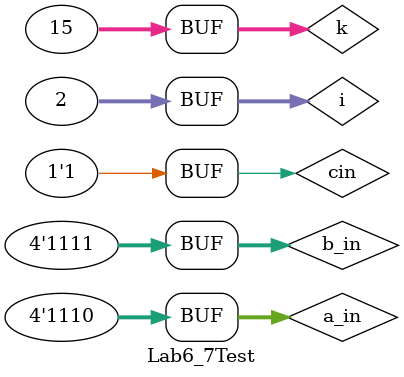
<source format=v>
`timescale 1ns / 1ps

module Lab6_7Test();
    reg [3:0]a_in;
    reg [3:0]b_in;
    reg cin;
    wire [3:0]s_out;
    wire cout;
    integer i,k;
    
    defparam DUT.FA0.AND_DELAY=3, DUT.FA0.OR_DELAY=3, DUT.FA0.XOR_DELAY=4;
    defparam DUT.FA1.AND_DELAY=3, DUT.FA1.OR_DELAY=3, DUT.FA1.XOR_DELAY=4;
    defparam DUT.FA2.AND_DELAY=3, DUT.FA2.OR_DELAY=3, DUT.FA2.XOR_DELAY=4;
    defparam DUT.FA3.AND_DELAY=3, DUT.FA3.OR_DELAY=3, DUT.FA3.XOR_DELAY=4;
    defparam DUT.CLA.AND_DELAY=3, DUT.CLA.OR_DELAY=3;
    
    Lab6_7_1 DUT(.a(a_in), .b(b_in), .cin(cin), .s(s_out), .cout(cout));
    
    initial
    begin
        cin = 0;
        a_in = 0;
        b_in = 0;
        for(i = 0; i < 2; i=i+1)
        begin
            if(i == 1)
            cin = 1;
            for(k = 0; k < 15; k=k+1)
            begin
                #10 a_in = k; b_in = k+1;
            end
        end
    end
endmodule

</source>
